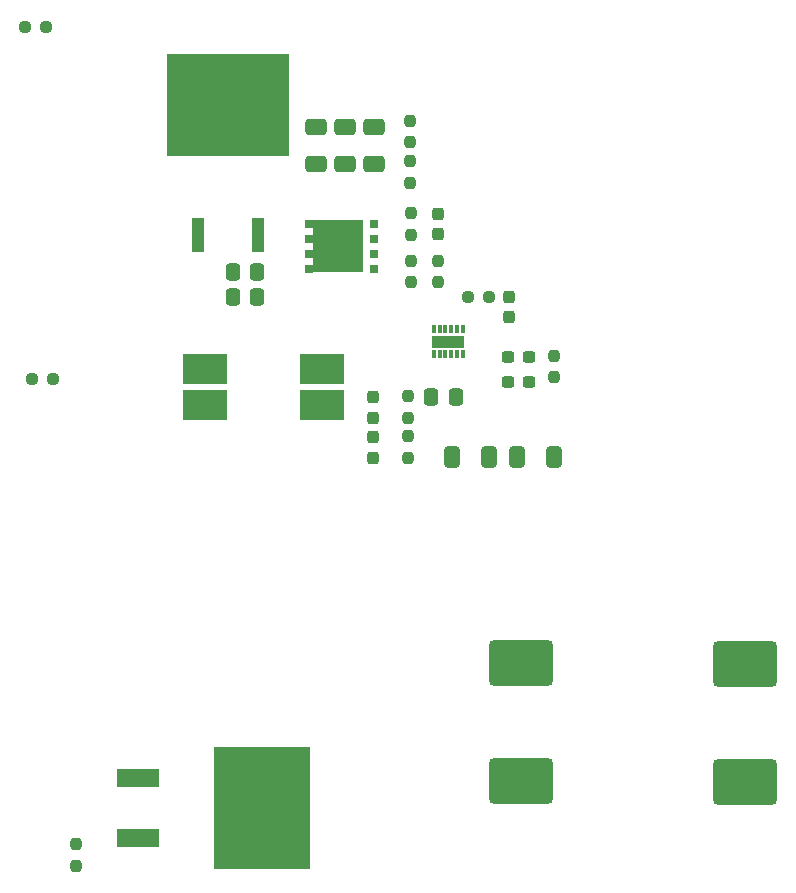
<source format=gbr>
%TF.GenerationSoftware,KiCad,Pcbnew,(6.0.7)*%
%TF.CreationDate,2023-01-08T18:55:16-06:00*%
%TF.ProjectId,Master Switch Enclosure Board,4d617374-6572-4205-9377-697463682045,rev?*%
%TF.SameCoordinates,Original*%
%TF.FileFunction,Paste,Top*%
%TF.FilePolarity,Positive*%
%FSLAX46Y46*%
G04 Gerber Fmt 4.6, Leading zero omitted, Abs format (unit mm)*
G04 Created by KiCad (PCBNEW (6.0.7)) date 2023-01-08 18:55:16*
%MOMM*%
%LPD*%
G01*
G04 APERTURE LIST*
G04 Aperture macros list*
%AMRoundRect*
0 Rectangle with rounded corners*
0 $1 Rounding radius*
0 $2 $3 $4 $5 $6 $7 $8 $9 X,Y pos of 4 corners*
0 Add a 4 corners polygon primitive as box body*
4,1,4,$2,$3,$4,$5,$6,$7,$8,$9,$2,$3,0*
0 Add four circle primitives for the rounded corners*
1,1,$1+$1,$2,$3*
1,1,$1+$1,$4,$5*
1,1,$1+$1,$6,$7*
1,1,$1+$1,$8,$9*
0 Add four rect primitives between the rounded corners*
20,1,$1+$1,$2,$3,$4,$5,0*
20,1,$1+$1,$4,$5,$6,$7,0*
20,1,$1+$1,$6,$7,$8,$9,0*
20,1,$1+$1,$8,$9,$2,$3,0*%
G04 Aperture macros list end*
%ADD10RoundRect,0.237500X-0.250000X-0.237500X0.250000X-0.237500X0.250000X0.237500X-0.250000X0.237500X0*%
%ADD11RoundRect,0.237500X0.237500X-0.250000X0.237500X0.250000X-0.237500X0.250000X-0.237500X-0.250000X0*%
%ADD12R,8.153000X10.369000*%
%ADD13R,3.581000X1.600000*%
%ADD14RoundRect,0.250000X-0.337500X-0.475000X0.337500X-0.475000X0.337500X0.475000X-0.337500X0.475000X0*%
%ADD15RoundRect,0.237500X-0.300000X-0.237500X0.300000X-0.237500X0.300000X0.237500X-0.300000X0.237500X0*%
%ADD16RoundRect,0.250000X-0.650000X0.412500X-0.650000X-0.412500X0.650000X-0.412500X0.650000X0.412500X0*%
%ADD17RoundRect,0.250000X0.337500X0.475000X-0.337500X0.475000X-0.337500X-0.475000X0.337500X-0.475000X0*%
%ADD18RoundRect,0.237500X-0.237500X0.250000X-0.237500X-0.250000X0.237500X-0.250000X0.237500X0.250000X0*%
%ADD19RoundRect,0.250000X-0.412500X-0.650000X0.412500X-0.650000X0.412500X0.650000X-0.412500X0.650000X0*%
%ADD20RoundRect,0.237500X0.237500X-0.300000X0.237500X0.300000X-0.237500X0.300000X-0.237500X-0.300000X0*%
%ADD21RoundRect,0.237500X-0.237500X0.300000X-0.237500X-0.300000X0.237500X-0.300000X0.237500X0.300000X0*%
%ADD22RoundRect,0.500000X2.250000X-1.450000X2.250000X1.450000X-2.250000X1.450000X-2.250000X-1.450000X0*%
%ADD23R,3.850000X2.500000*%
%ADD24RoundRect,0.237500X0.250000X0.237500X-0.250000X0.237500X-0.250000X-0.237500X0.250000X-0.237500X0*%
%ADD25R,0.800000X0.700000*%
%ADD26R,0.680000X0.700000*%
%ADD27R,4.320000X4.510000*%
%ADD28R,0.990600X2.997200*%
%ADD29R,10.337800X8.712200*%
%ADD30R,0.300000X0.650000*%
%ADD31R,2.750000X1.100000*%
G04 APERTURE END LIST*
D10*
%TO.C,R11*%
X90926500Y-89664000D03*
X92751500Y-89664000D03*
%TD*%
D11*
%TO.C,R6*%
X123020000Y-81440400D03*
X123020000Y-79615400D03*
%TD*%
D12*
%TO.C,D11*%
X110371000Y-125928000D03*
D13*
X99933000Y-123388000D03*
X99933000Y-128468000D03*
%TD*%
D14*
%TO.C,C11*%
X107930500Y-80560000D03*
X110005500Y-80560000D03*
%TD*%
D15*
%TO.C,C5*%
X131258500Y-89855900D03*
X132983500Y-89855900D03*
%TD*%
D16*
%TO.C,C15*%
X119913053Y-68257596D03*
X119913053Y-71382596D03*
%TD*%
D10*
%TO.C,R10*%
X90315500Y-59788000D03*
X92140500Y-59788000D03*
%TD*%
D17*
%TO.C,C9*%
X126796500Y-91164000D03*
X124721500Y-91164000D03*
%TD*%
D18*
%TO.C,R9*%
X122960000Y-71167500D03*
X122960000Y-72992500D03*
%TD*%
%TO.C,R12*%
X94669000Y-129031500D03*
X94669000Y-130856500D03*
%TD*%
D19*
%TO.C,C1*%
X126485500Y-96248000D03*
X129610500Y-96248000D03*
%TD*%
D11*
%TO.C,R5*%
X125337000Y-81440400D03*
X125337000Y-79615400D03*
%TD*%
D18*
%TO.C,R8*%
X122960000Y-67775500D03*
X122960000Y-69600500D03*
%TD*%
D14*
%TO.C,C13*%
X107931369Y-82654037D03*
X110006369Y-82654037D03*
%TD*%
D20*
%TO.C,C3*%
X119825000Y-92911400D03*
X119825000Y-91186400D03*
%TD*%
D21*
%TO.C,C10*%
X125342877Y-75637188D03*
X125342877Y-77362188D03*
%TD*%
D22*
%TO.C,R13*%
X151260126Y-123770369D03*
X151260126Y-113770369D03*
%TD*%
D16*
%TO.C,C14*%
X117448000Y-68264000D03*
X117448000Y-71389000D03*
%TD*%
D11*
%TO.C,R1*%
X122793000Y-92888400D03*
X122793000Y-91063400D03*
%TD*%
D23*
%TO.C,L1*%
X115445000Y-91816000D03*
X115445000Y-88816000D03*
X105545000Y-88816000D03*
X105545000Y-91816000D03*
%TD*%
D11*
%TO.C,R7*%
X123020000Y-77430400D03*
X123020000Y-75605400D03*
%TD*%
D22*
%TO.C,R14*%
X132311215Y-123663534D03*
X132311215Y-113663534D03*
%TD*%
D19*
%TO.C,C2*%
X131997500Y-96248000D03*
X135122500Y-96248000D03*
%TD*%
D18*
%TO.C,R4*%
X135089000Y-87671400D03*
X135089000Y-89496400D03*
%TD*%
D16*
%TO.C,C12*%
X114984536Y-68263722D03*
X114984536Y-71388722D03*
%TD*%
D11*
%TO.C,R2*%
X122793000Y-96280400D03*
X122793000Y-94455400D03*
%TD*%
D24*
%TO.C,R3*%
X129664500Y-82684000D03*
X127839500Y-82684000D03*
%TD*%
D25*
%TO.C,Q1*%
X119872000Y-80312900D03*
X119872000Y-79042900D03*
X119872000Y-77772900D03*
X119872000Y-76502900D03*
D26*
X114357000Y-76502900D03*
X114357000Y-77772900D03*
X114357000Y-79042900D03*
X114357000Y-80312900D03*
D27*
X116857000Y-78407900D03*
%TD*%
D15*
%TO.C,C8*%
X131258500Y-87735900D03*
X132983500Y-87735900D03*
%TD*%
D28*
%TO.C,D1*%
X104989000Y-77414900D03*
X110069000Y-77414900D03*
D29*
X107529000Y-66404000D03*
%TD*%
D30*
%TO.C,IC1*%
X124935000Y-87513900D03*
X125435000Y-87513900D03*
X125935000Y-87513900D03*
X126435000Y-87513900D03*
X126935000Y-87513900D03*
X127435000Y-87513900D03*
X127435000Y-85413900D03*
X126935000Y-85413900D03*
X126435000Y-85413900D03*
X125935000Y-85413900D03*
X125435000Y-85413900D03*
X124935000Y-85413900D03*
D31*
X126185000Y-86463900D03*
%TD*%
D20*
%TO.C,C6*%
X119825000Y-96303400D03*
X119825000Y-94578400D03*
%TD*%
%TO.C,C7*%
X131296000Y-84394500D03*
X131296000Y-82669500D03*
%TD*%
M02*

</source>
